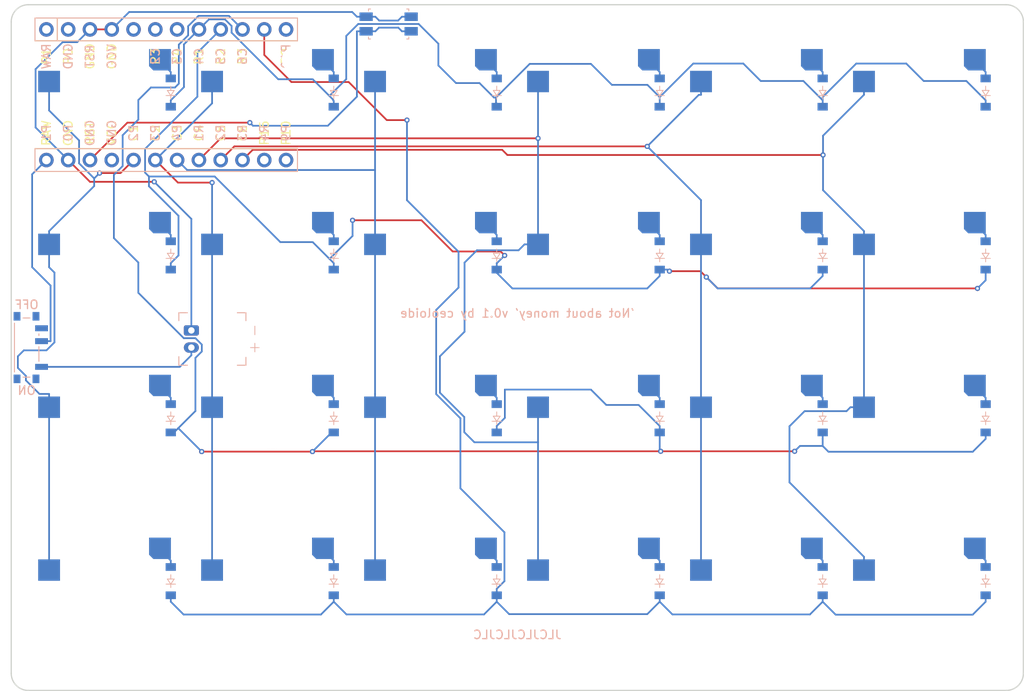
<source format=kicad_pcb>
(kicad_pcb (version 20240108) (generator "pcbnew") (generator_version "8.0")
  (title_block (title "not_about_money") (date "2024-11-11") (rev "v1.0.0") (company "Unknown"))
  (layers (0 "F.Cu" signal) (31 "B.Cu" signal) (34 "B.Paste" user) (35 "F.Paste" user) (36 "B.SilkS" user "B.Silkscreen") (37 "F.SilkS" user "F.Silkscreen") (38 "B.Mask" user) (39 "F.Mask" user) (44 "Edge.Cuts" user))
  (net 0 "")
  (net 1 "C1")
  (net 2 "c1_r4")
  (net 3 "c1_r3")
  (net 4 "c1_r2")
  (net 5 "c1_r1")
  (net 6 "C2")
  (net 7 "c2_r4")
  (net 8 "c2_r3")
  (net 9 "c2_r2")
  (net 10 "c2_r1")
  (net 11 "C3")
  (net 12 "c3_r4")
  (net 13 "c3_r3")
  (net 14 "c3_r2")
  (net 15 "c3_r1")
  (net 16 "C4")
  (net 17 "c4_r4")
  (net 18 "c4_r3")
  (net 19 "c4_r2")
  (net 20 "c4_r1")
  (net 21 "C5")
  (net 22 "c5_r4")
  (net 23 "c5_r3")
  (net 24 "c5_r2")
  (net 25 "c5_r1")
  (net 26 "C6")
  (net 27 "c6_r4")
  (net 28 "c6_r3")
  (net 29 "c6_r2")
  (net 30 "c6_r1")
  (net 31 "R4")
  (net 32 "R3")
  (net 33 "R2")
  (net 34 "R1")
  (net 35 "RAW")
  (net 36 "GND")
  (net 37 "RST")
  (net 38 "VCC")
  (net 39 "P16")
  (net 40 "P10")
  (net 41 "P1")
  (net 42 "P0")
  (net 43 "P2")
  (net 44 "P3")
  (net 45 "P4")
  (net 46 "P9")
  (net 47 "BAT_P")
  (footprint "ceoloide:mounting_hole_npth" (layer "F.Cu") (at 128.5 52.5)
    (property "Reference" "MH1" (hide yes))
    (property "Value" "")
  )
  (footprint "ceoloide:mounting_hole_npth" (layer "F.Cu") (at 109.5 90.5)
    (property "Reference" "MH4" (hide yes))
    (property "Value" "")
  )
  (footprint "ceoloide:mounting_hole_npth" (layer "F.Cu") (at 147.5 71.5)
    (property "Reference" "MH5" (hide yes))
    (property "Value" "")
  )
  (footprint "ceoloide:mounting_hole_npth" (layer "F.Cu") (at 185.5 90.5)
    (property "Reference" "MH3" (hide yes))
    (property "Value" "")
  )
  (footprint "ceoloide:mounting_hole_npth" (layer "F.Cu") (at 185.5 52.5)
    (property "Reference" "MH2" (hide yes))
    (property "Value" "")
  )
  (footprint "ceoloide:switch_mx" (layer "B.Cu") (at 119 43)
    (property "Reference" "S8" (hide yes))
    (property "Value" "")
  )
  (footprint "ceoloide:battery_connector_jst_ph_2" (layer "B.Cu") (at 109.5 70.5 90)
    (property "Reference" "JST1" (hide yes))
    (property "Value" "")
  )
  (footprint "ceoloide:diode_tht_sod123" (layer "B.Cu") (at 107.1 41.75 90)
    (property "Reference" "D4" (hide yes))
    (property "Value" "")
  )
  (footprint "ceoloide:diode_tht_sod123" (layer "B.Cu") (at 202.1 60.75 90)
    (property "Reference" "D23" (hide yes))
    (property "Value" "")
  )
  (footprint "ceoloide:diode_tht_sod123" (layer "B.Cu") (at 202.1 98.75 90)
    (property "Reference" "D21" (hide yes))
    (property "Value" "")
  )
  (footprint "ceoloide:diode_tht_sod123" (layer "B.Cu") (at 164.1 41.75 90)
    (property "Reference" "D16" (hide yes))
    (property "Value" "")
  )
  (footprint "ceoloide:switch_mx" (layer "B.Cu") (at 157 100)
    (property "Reference" "S13" (hide yes))
    (property "Value" "")
  )
  (footprint "ceoloide:switch_mx" (layer "B.Cu") (at 195 100)
    (property "Reference" "S21" (hide yes))
    (property "Value" "")
  )
  (footprint "ceoloide:diode_tht_sod123" (layer "B.Cu") (at 107.1 60.75 90)
    (property "Reference" "D3" (hide yes))
    (property "Value" "")
  )
  (footprint "ceoloide:diode_tht_sod123" (layer "B.Cu") (at 145.1 98.75 90)
    (property "Reference" "D9" (hide yes))
    (property "Value" "")
  )
  (footprint "ceoloide:diode_tht_sod123" (layer "B.Cu") (at 164.1 79.75 90)
    (property "Reference" "D14" (hide yes))
    (property "Value" "")
  )
  (footprint "ceoloide:switch_mx" (layer "B.Cu") (at 138 81)
    (property "Reference" "S10" (hide yes))
    (property "Value" "")
  )
  (footprint "ceoloide:diode_tht_sod123" (layer "B.Cu") (at 202.1 41.75 90)
    (property "Reference" "D24" (hide yes))
    (property "Value" "")
  )
  (footprint "ceoloide:switch_mx" (layer "B.Cu") (at 176 62)
    (property "Reference" "S19" (hide yes))
    (property "Value" "")
  )
  (footprint "ceoloide:diode_tht_sod123" (layer "B.Cu") (at 107.1 79.75 90)
    (property "Reference" "D2" (hide yes))
    (property "Value" "")
  )
  (footprint "ceoloide:switch_mx" (layer "B.Cu") (at 138 62)
    (property "Reference" "S11" (hide yes))
    (property "Value" "")
  )
  (footprint "ceoloide:switch_mx" (layer "B.Cu") (at 157 81)
    (property "Reference" "S14" (hide yes))
    (property "Value" "")
  )
  (footprint "ceoloide:switch_mx" (layer "B.Cu") (at 195 62)
    (property "Reference" "S23" (hide yes))
    (property "Value" "")
  )
  (footprint "ceoloide:switch_mx" (layer "B.Cu") (at 195 43)
    (property "Reference" "S24" (hide yes))
    (property "Value" "")
  )
  (footprint "ceoloide:switch_mx" (layer "B.Cu") (at 138 100)
    (property "Reference" "S9" (hide yes))
    (property "Value" "")
  )
  (footprint "ceoloide:diode_tht_sod123" (layer "B.Cu") (at 126.1 41.75 90)
    (property "Reference" "D8" (hide yes))
    (property "Value" "")
  )
  (footprint "ceoloide:diode_tht_sod123" (layer "B.Cu") (at 183.1 98.75 90)
    (property "Reference" "D17" (hide yes))
    (property "Value" "")
  )
  (footprint "ceoloide:switch_mx" (layer "B.Cu") (at 100 43)
    (property "Reference" "S4" (hide yes))
    (property "Value" "")
  )
  (footprint "ceoloide:diode_tht_sod123" (layer "B.Cu") (at 126.1 79.75 90)
    (property "Reference" "D6" (hide yes))
    (property "Value" "")
  )
  (footprint "ceoloide:switch_mx" (layer "B.Cu") (at 157 43)
    (property "Reference" "S16" (hide yes))
    (property "Value" "")
  )
  (footprint "ceoloide:switch_mx" (layer "B.Cu") (at 176 81)
    (property "Reference" "S18" (hide yes))
    (property "Value" "")
  )
  (footprint "ceoloide:diode_tht_sod123" (layer "B.Cu") (at 202.1 79.75 90)
    (property "Reference" "D22" (hide yes))
    (property "Value" "")
  )
  (footprint "ceoloide:diode_tht_sod123" (layer "B.Cu") (at 145.1 60.75 90)
    (property "Reference" "D11" (hide yes))
    (property "Value" "")
  )
  (footprint "ceoloide:diode_tht_sod123" (layer "B.Cu") (at 164.1 60.75 90)
    (property "Reference" "D15" (hide yes))
    (property "Value" "")
  )
  (footprint "ceoloide:diode_tht_sod123" (layer "B.Cu") (at 126.1 60.75 90)
    (property "Reference" "D7" (hide yes))
    (property "Value" "")
  )
  (footprint "ceoloide:switch_mx" (layer "B.Cu") (at 195 81)
    (property "Reference" "S22" (hide yes))
    (property "Value" "")
  )
  (footprint "ceoloide:mcu_nice_nano" (layer "B.Cu") (at 105.3 42 90)
    (property "Reference" "MCU1" (hide yes))
    (property "Value" "")
  )
  (footprint "ceoloide:reset_switch_smd_side" (layer "B.Cu") (at 132.5 33.75)
    (property "Reference" "RST1" (hide yes))
    (property "Value" "")
  )
  (footprint "ceoloide:switch_mx" (layer "B.Cu") (at 138 43)
    (property "Reference" "S12" (hide yes))
    (property "Value" "")
  )
  (footprint "ceoloide:diode_tht_sod123" (layer "B.Cu") (at 183.1 60.75 90)
    (property "Reference" "D19" (hide yes))
    (property "Value" "")
  )
  (footprint "ceoloide:switch_mx" (layer "B.Cu") (at 119 81)
    (property "Reference" "S6" (hide yes))
    (property "Value" "")
  )
  (footprint "ceoloide:power_switch_smd_side" (layer "B.Cu") (at 90.3 71.5 180)
    (property "Reference" "PWR1" (hide yes))
    (property "Value" "")
  )
  (footprint "ceoloide:diode_tht_sod123" (layer "B.Cu") (at 145.1 79.75 90)
    (property "Reference" "D10" (hide yes))
    (property "Value" "")
  )
  (footprint "ceoloide:switch_mx" (layer "B.Cu") (at 157 62)
    (property "Reference" "S15" (hide yes))
    (property "Value" "")
  )
  (footprint "ceoloide:diode_tht_sod123" (layer "B.Cu") (at 107.1 98.75 90)
    (property "Reference" "D1" (hide yes))
    (property "Value" "")
  )
  (footprint "ceoloide:switch_mx" (layer "B.Cu") (at 119 100)
    (property "Reference" "S5" (hide yes))
    (property "Value" "")
  )
  (footprint "ceoloide:diode_tht_sod123" (layer "B.Cu") (at 126.1 98.75 90)
    (property "Reference" "D5" (hide yes))
    (property "Value" "")
  )
  (footprint "ceoloide:switch_mx" (layer "B.Cu") (at 176 100)
    (property "Reference" "S17" (hide yes))
    (property "Value" "")
  )
  (footprint "ceoloide:switch_mx" (layer "B.Cu") (at 100 62)
    (property "Reference" "S3" (hide yes))
    (property "Value" "")
  )
  (footprint "ceoloide:switch_mx" (layer "B.Cu") (at 100 100)
    (property "Reference" "S1" (hide yes))
    (property "Value" "")
  )
  (footprint "ceoloide:diode_tht_sod123" (layer "B.Cu") (at 164.1 98.75 90)
    (property "Reference" "D13" (hide yes))
    (property "Value" "")
  )
  (footprint "ceoloide:diode_tht_sod123" (layer "B.Cu") (at 183.1 41.75 90)
    (property "Reference" "D20" (hide yes))
    (property "Value" "")
  )
  (footprint "ceoloide:switch_mx" (layer "B.Cu") (at 176 43)
    (property "Reference" "S20" (hide yes))
    (property "Value" "")
  )
  (footprint "ceoloide:switch_mx" (layer "B.Cu") (at 119 62)
    (property "Reference" "S7" (hide yes))
    (property "Value" "")
  )
  (footprint "ceoloide:switch_mx" (layer "B.Cu") (at 100 81)
    (property "Reference" "S2" (hide yes))
    (property "Value" "")
  )
  (footprint "ceoloide:diode_tht_sod123" (layer "B.Cu") (at 145.1 41.75 90)
    (property "Reference" "D12" (hide yes))
    (property "Value" "")
  )
  (footprint "ceoloide:diode_tht_sod123" (layer "B.Cu") (at 183.1 79.75 90)
    (property "Reference" "D18" (hide yes))
    (property "Value" "")
  )
  (gr_arc (start 88.5 33.5) (mid 89.085786 32.085786) (end 90.5 31.5) (stroke (width 0.15)) (layer "Edge.Cuts"))
  (gr_line (start 206.5 33.5) (end 206.5 109.5) (stroke (width 0.15)) (layer "Edge.Cuts"))
  (gr_arc (start 204.5 31.5) (mid 205.914214 32.085786) (end 206.5 33.5) (stroke (width 0.15)) (layer "Edge.Cuts"))
  (gr_line (start 88.5 109.5) (end 88.5 33.5) (stroke (width 0.15)) (layer "Edge.Cuts"))
  (gr_line (start 204.5 111.5) (end 90.5 111.5) (stroke (width 0.15)) (layer "Edge.Cuts"))
  (gr_arc (start 206.5 109.5) (mid 205.914214 110.914214) (end 204.5 111.5) (stroke (width 0.15)) (layer "Edge.Cuts"))
  (gr_arc (start 90.5 111.5) (mid 89.085786 110.914214) (end 88.5 109.5) (stroke (width 0.15)) (layer "Edge.Cuts"))
  (gr_line (start 90.5 31.5) (end 204.5 31.5) (stroke (width 0.15)) (layer "Edge.Cuts"))
  (gr_text "JLCJLCJLCJLC" (at 147.5 105 0) (layer "B.SilkS") (effects (font (size 1 1)) (justify mirror)))
  (gr_text "'Not about money' v0.1 by ceoloide" (at 147.5 67.5 0) (layer "B.SilkS") (effects (font (size 1 1)) (justify mirror)))
  (segment (start 102.76 49.62) (end 101.2394 51.1406) (width 0.2) (layer "F.Cu") (net 1))
  (segment (start 101.2394 51.1406) (end 98.7978 51.1406) (width 0.2) (layer "F.Cu") (net 1))
  (via (at 98.7978 51.1406) (size 0.6) (drill 0.3) (layers "F.Cu" "B.Cu") (net 1))
  (segment (start 89.2744 72.5202) (end 89.9697 71.8249) (width 0.2) (layer "B.Cu") (net 1))
  (segment (start 92.915 62.1264) (end 92.915 59.46) (width 0.2) (layer "B.Cu") (net 1))
  (segment (start 98.7978 51.1406) (end 98.1729 51.7655) (width 0.2) (layer "B.Cu") (net 1))
  (segment (start 92.915 57.9099) (end 98.1729 52.652) (width 0.2) (layer "B.Cu") (net 1))
  (segment (start 89.2744 73.8734) (end 89.2744 72.5202) (width 0.2) (layer "B.Cu") (net 1))
  (segment (start 92.6064 71.8249) (end 93.5401 70.8912) (width 0.2) (layer "B.Cu") (net 1))
  (segment (start 98.1729 51.7655) (end 96.41 50.0026) (width 0.2) (layer "B.Cu") (net 1))
  (segment (start 92.915 43.8367) (end 92.915 40.46) (width 0.2) (layer "B.Cu") (net 1))
  (segment (start 96.41 47.3317) (end 92.915 43.8367) (width 0.2) (layer "B.Cu") (net 1))
  (segment (start 93.5401 70.8912) (end 93.5401 62.7515) (width 0.2) (layer "B.Cu") (net 1))
  (segment (start 92.915 78.46) (end 92.915 97.46) (width 0.2) (layer "B.Cu") (net 1))
  (segment (start 92.915 78.46) (end 92.915 76.9099) (width 0.2) (layer "B.Cu") (net 1))
  (segment (start 92.915 59.46) (end 92.915 57.9099) (width 0.2) (layer "B.Cu") (net 1))
  (segment (start 98.1729 52.652) (end 98.1729 51.7655) (width 0.2) (layer "B.Cu") (net 1))
  (segment (start 92.915 76.9099) (end 91.7935 76.9099) (width 0.2) (layer "B.Cu") (net 1))
  (segment (start 89.9697 71.8249) (end 92.6064 71.8249) (width 0.2) (layer "B.Cu") (net 1))
  (segment (start 90.2104 75.3268) (end 90.2104 74.8094) (width 0.2) (layer "B.Cu") (net 1))
  (segment (start 93.5401 62.7515) (end 92.915 62.1264) (width 0.2) (layer "B.Cu") (net 1))
  (segment (start 91.7935 76.9099) (end 90.2104 75.3268) (width 0.2) (layer "B.Cu") (net 1))
  (segment (start 96.41 50.0026) (end 96.41 47.3317) (width 0.2) (layer "B.Cu") (net 1))
  (segment (start 90.2104 74.8094) (end 89.2744 73.8734) (width 0.2) (layer "B.Cu") (net 1))
  (segment (start 107.1 97.1) (end 107.1 96.3499) (width 0.2) (layer "B.Cu") (net 2))
  (segment (start 105.842 95.0919) (end 105.842 94.92) (width 0.2) (layer "B.Cu") (net 2))
  (segment (start 107.1 96.3499) (end 105.842 95.0919) (width 0.2) (layer "B.Cu") (net 2))
  (segment (start 107.1 77.3499) (end 105.842 76.0919) (width 0.2) (layer "B.Cu") (net 3))
  (segment (start 105.842 76.0919) (end 105.842 75.92) (width 0.2) (layer "B.Cu") (net 3))
  (segment (start 107.1 78.1) (end 107.1 77.3499) (width 0.2) (layer "B.Cu") (net 3))
  (segment (start 107.1 59.1) (end 107.1 58.3499) (width 0.2) (layer "B.Cu") (net 4))
  (segment (start 105.842 57.0919) (end 105.842 56.92) (width 0.2) (layer "B.Cu") (net 4))
  (segment (start 107.1 58.3499) (end 105.842 57.0919) (width 0.2) (layer "B.Cu") (net 4))
  (segment (start 105.842 38.0919) (end 105.842 37.92) (width 0.2) (layer "B.Cu") (net 5))
  (segment (start 107.1 40.1) (end 107.1 39.3499) (width 0.2) (layer "B.Cu") (net 5))
  (segment (start 107.1 39.3499) (end 105.842 38.0919) (width 0.2) (layer "B.Cu") (net 5))
  (segment (start 105.3 49.62) (end 107.9329 52.2529) (width 0.2) (layer "F.Cu") (net 6))
  (segment (start 107.9329 52.2529) (end 111.915 52.2529) (width 0.2) (layer "F.Cu") (net 6))
  (via (at 111.915 52.2529) (size 0.6) (drill 0.3) (layers "F.Cu" "B.Cu") (net 6))
  (segment (start 111.915 59.46) (end 111.915 78.46) (width 0.2) (layer "B.Cu") (net 6))
  (segment (start 111.915 43.005) (end 111.915 40.46) (width 0.2) (layer "B.Cu") (net 6))
  (segment (start 111.915 59.46) (end 111.915 52.2529) (width 0.2) (layer "B.Cu") (net 6))
  (segment (start 105.3 49.62) (end 111.915 43.005) (width 0.2) (layer "B.Cu") (net 6))
  (segment (start 111.915 78.46) (end 111.915 97.46) (width 0.2) (layer "B.Cu") (net 6))
  (segment (start 126.1 96.3499) (end 124.842 95.0919) (width 0.2) (layer "B.Cu") (net 7))
  (segment (start 124.842 95.0919) (end 124.842 94.92) (width 0.2) (layer "B.Cu") (net 7))
  (segment (start 126.1 97.1) (end 126.1 96.3499) (width 0.2) (layer "B.Cu") (net 7))
  (segment (start 126.1 77.3499) (end 124.842 76.0919) (width 0.2) (layer "B.Cu") (net 8))
  (segment (start 124.842 76.0919) (end 124.842 75.92) (width 0.2) (layer "B.Cu") (net 8))
  (segment (start 126.1 78.1) (end 126.1 77.3499) (width 0.2) (layer "B.Cu") (net 8))
  (segment (start 126.1 59.1) (end 126.1 58.3499) (width 0.2) (layer "B.Cu") (net 9))
  (segment (start 126.1 58.3499) (end 124.842 57.0919) (width 0.2) (layer "B.Cu") (net 9))
  (segment (start 124.842 57.0919) (end 124.842 56.92) (width 0.2) (layer "B.Cu") (net 9))
  (segment (start 126.1 39.3499) (end 124.842 38.0919) (width 0.2) (layer "B.Cu") (net 10))
  (segment (start 126.1 40.1) (end 126.1 39.3499) (width 0.2) (layer "B.Cu") (net 10))
  (segment (start 124.842 38.0919) (end 124.842 37.92) (width 0.2) (layer "B.Cu") (net 10))
  (segment (start 130.915 78.46) (end 130.915 76.9099) (width 0.2) (layer "B.Cu") (net 11))
  (segment (start 130.915 50.7848) (end 109.0048 50.7848) (width 0.2) (layer "B.Cu") (net 11))
  (segment (start 109.0048 50.7848) (end 107.84 49.62) (width 0.2) (layer "B.Cu") (net 11))
  (segment (start 130.915 59.46) (end 130.915 76.9099) (width 0.2) (layer "B.Cu") (net 11))
  (segment (start 130.915 50.7848) (end 130.915 59.46) (width 0.2) (layer "B.Cu") (net 11))
  (segment (start 130.915 40.46) (end 130.915 50.7848) (width 0.2) (layer "B.Cu") (net 11))
  (segment (start 130.915 97.46) (end 130.915 78.46) (width 0.2) (layer "B.Cu") (net 11))
  (segment (start 145.1 96.3499) (end 143.842 95.0919) (width 0.2) (layer "B.Cu") (net 12))
  (segment (start 143.842 95.0919) (end 143.842 94.92) (width 0.2) (layer "B.Cu") (net 12))
  (segment (start 145.1 97.1) (end 145.1 96.3499) (width 0.2) (layer "B.Cu") (net 12))
  (segment (start 145.1 78.1) (end 145.1 77.3499) (width 0.2) (layer "B.Cu") (net 13))
  (segment (start 143.842 76.0919) (end 143.842 75.92) (width 0.2) (layer "B.Cu") (net 13))
  (segment (start 145.1 77.3499) (end 143.842 76.0919) (width 0.2) (layer "B.Cu") (net 13))
  (segment (start 145.1 59.1) (end 145.1 58.3499) (width 0.2) (layer "B.Cu") (net 14))
  (segment (start 143.842 57.0919) (end 143.842 56.92) (width 0.2) (layer "B.Cu") (net 14))
  (segment (start 145.1 58.3499) (end 143.842 57.0919) (width 0.2) (layer "B.Cu") (net 14))
  (segment (start 145.1 40.1) (end 145.1 39.3499) (width 0.2) (layer "B.Cu") (net 15))
  (segment (start 143.842 38.0919) (end 143.842 37.92) (width 0.2) (layer "B.Cu") (net 15))
  (segment (start 145.1 39.3499) (end 143.842 38.0919) (width 0.2) (layer "B.Cu") (net 15))
  (segment (start 110.38 49.62) (end 112.9111 47.0889) (width 0.2) (layer "F.Cu") (net 16))
  (segment (start 112.9111 47.0889) (end 149.915 47.0889) (width 0.2) (layer "F.Cu") (net 16))
  (via (at 149.915 47.0889) (size 0.6) (drill 0.3) (layers "F.Cu" "B.Cu") (net 16))
  (segment (start 149.915 40.46) (end 149.915 47.0889) (width 0.2) (layer "B.Cu") (net 16))
  (segment (start 141.3179 81.3717) (end 142.4992 82.553) (width 0.2) (layer "B.Cu") (net 16))
  (segment (start 141.3486 61.5898) (end 141.3486 69.6453) (width 0.2) (layer "B.Cu") (net 16))
  (segment (start 142.4992 82.553) (end 149.915 82.553) (width 0.2) (layer "B.Cu") (net 16))
  (segment (start 138.478 72.5159) (end 138.478 76.7657) (width 0.2) (layer "B.Cu") (net 16))
  (segment (start 138.478 76.7657) (end 141.3179 79.6056) (width 0.2) (layer "B.Cu") (net 16))
  (segment (start 141.3179 79.6056) (end 141.3179 81.3717) (width 0.2) (layer "B.Cu") (net 16))
  (segment (start 148.3399 59.46) (end 147.6486 60.1513) (width 0.2) (layer "B.Cu") (net 16))
  (segment (start 147.6486 60.1513) (end 142.7871 60.1513) (width 0.2) (layer "B.Cu") (net 16))
  (segment (start 149.915 47.0889) (end 149.915 59.46) (width 0.2) (layer "B.Cu") (net 16))
  (segment (start 142.7871 60.1513) (end 141.3486 61.5898) (width 0.2) (layer "B.Cu") (net 16))
  (segment (start 149.915 82.553) (end 149.915 97.46) (width 0.2) (layer "B.Cu") (net 16))
  (segment (start 149.915 78.46) (end 149.915 82.553) (width 0.2) (layer "B.Cu") (net 16))
  (segment (start 141.3486 69.6453) (end 138.478 72.5159) (width 0.2) (layer "B.Cu") (net 16))
  (segment (start 149.915 59.46) (end 148.3399 59.46) (width 0.2) (layer "B.Cu") (net 16))
  (segment (start 162.842 95.0919) (end 162.842 94.92) (width 0.2) (layer "B.Cu") (net 17))
  (segment (start 164.1 97.1) (end 164.1 96.3499) (width 0.2) (layer "B.Cu") (net 17))
  (segment (start 164.1 96.3499) (end 162.842 95.0919) (width 0.2) (layer "B.Cu") (net 17))
  (segment (start 162.842 76.0919) (end 162.842 75.92) (width 0.2) (layer "B.Cu") (net 18))
  (segment (start 164.1 77.3499) (end 162.842 76.0919) (width 0.2) (layer "B.Cu") (net 18))
  (segment (start 164.1 78.1) (end 164.1 77.3499) (width 0.2) (layer "B.Cu") (net 18))
  (segment (start 162.842 57.0919) (end 162.842 56.92) (width 0.2) (layer "B.Cu") (net 19))
  (segment (start 164.1 58.3499) (end 162.842 57.0919) (width 0.2) (layer "B.Cu") (net 19))
  (segment (start 164.1 59.1) (end 164.1 58.3499) (width 0.2) (layer "B.Cu") (net 19))
  (segment (start 164.1 40.1) (end 164.1 39.3499) (width 0.2) (layer "B.Cu") (net 20))
  (segment (start 164.1 39.3499) (end 162.842 38.0919) (width 0.2) (layer "B.Cu") (net 20))
  (segment (start 162.842 38.0919) (end 162.842 37.92) (width 0.2) (layer "B.Cu") (net 20))
  (segment (start 114.5134 48.0266) (end 112.92 49.62) (width 0.2) (layer "F.Cu") (net 21))
  (segment (start 162.6467 48.0266) (end 114.5134 48.0266) (width 0.2) (layer "F.Cu") (net 21))
  (via (at 162.6467 48.0266) (size 0.6) (drill 0.3) (layers "F.Cu" "B.Cu") (net 21))
  (segment (start 168.915 54.2949) (end 168.915 59.46) (width 0.2) (layer "B.Cu") (net 21))
  (segment (start 162.6467 48.0266) (end 168.915 54.2949) (width 0.2) (layer "B.Cu") (net 21))
  (segment (start 168.6632 42.0101) (end 162.6467 48.0266) (width 0.2) (layer "B.Cu") (net 21))
  (segment (start 168.915 40.46) (end 168.915 42.0101) (width 0.2) (layer "B.Cu") (net 21))
  (segment (start 168.915 42.0101) (end 168.6632 42.0101) (width 0.2) (layer "B.Cu") (net 21))
  (segment (start 168.915 97.46) (end 168.915 78.46) (width 0.2) (layer "B.Cu") (net 21))
  (segment (start 168.915 59.46) (end 168.915 78.46) (width 0.2) (layer "B.Cu") (net 21))
  (segment (start 181.842 95.0919) (end 181.842 94.92) (width 0.2) (layer "B.Cu") (net 22))
  (segment (start 183.1 97.1) (end 183.1 96.3499) (width 0.2) (layer "B.Cu") (net 22))
  (segment (start 183.1 96.3499) (end 181.842 95.0919) (width 0.2) (layer "B.Cu") (net 22))
  (segment (start 183.1 78.1) (end 183.1 77.3499) (width 0.2) (layer "B.Cu") (net 23))
  (segment (start 183.1 77.3499) (end 181.842 76.0919) (width 0.2) (layer "B.Cu") (net 23))
  (segment (start 181.842 76.0919) (end 181.842 75.92) (width 0.2) (layer "B.Cu") (net 23))
  (segment (start 183.1 58.3499) (end 181.842 57.0919) (width 0.2) (layer "B.Cu") (net 24))
  (segment (start 183.1 59.1) (end 183.1 58.3499) (width 0.2) (layer "B.Cu") (net 24))
  (segment (start 181.842 57.0919) (end 181.842 56.92) (width 0.2) (layer "B.Cu") (net 24))
  (segment (start 181.842 38.0919) (end 181.842 37.92) (width 0.2) (layer "B.Cu") (net 25))
  (segment (start 183.1 39.3499) (end 181.842 38.0919) (width 0.2) (layer "B.Cu") (net 25))
  (segment (start 183.1 40.1) (end 183.1 39.3499) (width 0.2) (layer "B.Cu") (net 25))
  (segment (start 145.7345 48.4267) (end 146.3403 49.0325) (width 0.2) (layer "F.Cu") (net 26))
  (segment (start 146.3403 49.0325) (end 183.1414 49.0325) (width 0.2) (layer "F.Cu") (net 26))
  (segment (start 115.46 49.62) (end 116.6533 48.4267) (width 0.2) (layer "F.Cu") (net 26))
  (segment (start 116.6533 48.4267) (end 145.7345 48.4267) (width 0.2) (layer "F.Cu") (net 26))
  (via (at 183.1414 49.0325) (size 0.6) (drill 0.3) (layers "F.Cu" "B.Cu") (net 26))
  (segment (start 185.8812 78.9187) (end 180.9957 78.9187) (width 0.2) (layer "B.Cu") (net 26))
  (segment (start 187.915 59.46) (end 187.915 78.46) (width 0.2) (layer "B.Cu") (net 26))
  (segment (start 187.915 59.46) (end 187.915 57.9099) (width 0.2) (layer "B.Cu") (net 26))
  (segment (start 187.915 97.46) (end 187.915 95.9099) (width 0.2) (layer "B.Cu") (net 26))
  (segment (start 180.9957 78.9187) (end 179.2299 80.6845) (width 0.2) (layer "B.Cu") (net 26))
  (segment (start 179.2299 87.2248) (end 187.915 95.9099) (width 0.2) (layer "B.Cu") (net 26))
  (segment (start 183.1414 46.7837) (end 183.1414 49.0325) (width 0.2) (layer "B.Cu") (net 26))
  (segment (start 186.3399 78.46) (end 185.8812 78.9187) (width 0.2) (layer "B.Cu") (net 26))
  (segment (start 187.915 40.46) (end 187.915 42.0101) (width 0.2) (layer "B.Cu") (net 26))
  (segment (start 183.1414 53.1363) (end 187.915 57.9099) (width 0.2) (layer "B.Cu") (net 26))
  (segment (start 187.915 78.46) (end 186.3399 78.46) (width 0.2) (layer "B.Cu") (net 26))
  (segment (start 183.1414 49.0325) (end 183.1414 53.1363) (width 0.2) (layer "B.Cu") (net 26))
  (segment (start 187.915 42.0101) (end 183.1414 46.7837) (width 0.2) (layer "B.Cu") (net 26))
  (segment (start 179.2299 80.6845) (end 179.2299 87.2248) (width 0.2) (layer "B.Cu") (net 26))
  (segment (start 202.1 96.3499) (end 200.842 95.0919) (width 0.2) (layer "B.Cu") (net 27))
  (segment (start 200.842 95.0919) (end 200.842 94.92) (width 0.2) (layer "B.Cu") (net 27))
  (segment (start 202.1 97.1) (end 202.1 96.3499) (width 0.2) (layer "B.Cu") (net 27))
  (segment (start 202.1 77.3499) (end 200.842 76.0919) (width 0.2) (layer "B.Cu") (net 28))
  (segment (start 202.1 78.1) (end 202.1 77.3499) (width 0.2) (layer "B.Cu") (net 28))
  (segment (start 200.842 76.0919) (end 200.842 75.92) (width 0.2) (layer "B.Cu") (net 28))
  (segment (start 202.1 59.1) (end 202.1 58.3499) (width 0.2) (layer "B.Cu") (net 29))
  (segment (start 202.1 58.3499) (end 200.842 57.0919) (width 0.2) (layer "B.Cu") (net 29))
  (segment (start 200.842 57.0919) (end 200.842 56.92) (width 0.2) (layer "B.Cu") (net 29))
  (segment (start 202.1 39.3499) (end 200.842 38.0919) (width 0.2) (layer "B.Cu") (net 30))
  (segment (start 202.1 40.1) (end 202.1 39.3499) (width 0.2) (layer "B.Cu") (net 30))
  (segment (start 200.842 38.0919) (end 200.842 37.92) (width 0.2) (layer "B.Cu") (net 30))
  (segment (start 132.282 44.962) (end 134.6364 44.962) (width 0.2) (layer "F.Cu") (net 31))
  (segment (start 127.8394 40.5194) (end 132.282 44.962) (width 0.2) (layer "F.Cu") (net 31))
  (segment (start 118 37.3567) (end 121.1627 40.5194) (width 0.2) (layer "F.Cu") (net 31))
  (segment (start 121.1627 40.5194) (end 127.8394 40.5194) (width 0.2) (layer "F.Cu") (net 31))
  (segment (start 118 34.38) (end 118 37.3567) (width 0.2) (layer "F.Cu") (net 31))
  (via (at 134.6364 44.962) (size 0.6) (drill 0.3) (layers "F.Cu" "B.Cu") (net 31))
  (segment (start 164.1 101.1501) (end 165.584 102.6341) (width 0.2) (layer "B.Cu") (net 31))
  (segment (start 145.1 100.775) (end 145.1 101.1501) (width 0.2) (layer "B.Cu") (net 31))
  (segment (start 126.1 100.4) (end 126.1 100.4559) (width 0.2) (layer "B.Cu") (net 31))
  (segment (start 140.6484 64.5001) (end 138.0425 67.106) (width 0.2) (layer "B.Cu") (net 31))
  (segment (start 134.6364 44.962) (end 134.6364 54.3094) (width 0.2) (layer "B.Cu") (net 31))
  (segment (start 124.6054 102.6447) (end 126.1 101.1501) (width 0.2) (layer "B.Cu") (net 31))
  (segment (start 126.1 100.775) (end 126.1 100.4559) (width 0.2) (layer "B.Cu") (net 31))
  (segment (start 183.1 101.1501) (end 184.6128 102.6629) (width 0.2) (layer "B.Cu") (net 31))
  (segment (start 145.1 100.775) (end 145.1 100.4559) (width 0.2) (layer "B.Cu") (net 31))
  (segment (start 146.0002 93.0555) (end 146.0002 98.7497) (width 0.2) (layer "B.Cu") (net 31))
  (segment (start 126.1 100.775) (end 126.1 101.1501) (width 0.2) (layer "B.Cu") (net 31))
  (segment (start 145.1 100.4) (end 145.1 100.4559) (width 0.2) (layer "B.Cu") (net 31))
  (segment (start 146.0002 98.7497) (end 145.1 99.6499) (width 0.2) (layer "B.Cu") (net 31))
  (segment (start 140.867 87.9223) (end 146.0002 93.0555) (width 0.2) (layer "B.Cu") (net 31))
  (segment (start 134.6364 54.3094) (end 140.6484 60.3214) (width 0.2) (layer "B.Cu") (net 31))
  (segment (start 140.6484 60.3214) (end 140.6484 64.5001) (width 0.2) (layer "B.Cu") (net 31))
  (segment (start 184.6128 102.6629) (end 200.5872 102.6629) (width 0.2) (layer "B.Cu") (net 31))
  (segment (start 140.867 79.755) (end 140.867 87.9223) (width 0.2) (layer "B.Cu") (net 31))
  (segment (start 162.6499 102.6002) (end 146.5501 102.6002) (width 0.2) (layer "B.Cu") (net 31))
  (segment (start 107.1 101.1501) (end 108.5946 102.6447) (width 0.2) (layer "B.Cu") (net 31))
  (segment (start 127.584 102.6341) (end 143.616 102.6341) (width 0.2) (layer "B.Cu") (net 31))
  (segment (start 181.616 102.6341) (end 183.1 101.1501) (width 0.2) (layer "B.Cu") (net 31))
  (segment (start 126.1 101.1501) (end 127.584 102.6341) (width 0.2) (layer "B.Cu") (net 31))
  (segment (start 200.5872 102.6629) (end 202.1 101.1501) (width 0.2) (layer "B.Cu") (net 31))
  (segment (start 145.1 100.4) (end 145.1 99.6499) (width 0.2) (layer "B.Cu") (net 31))
  (segment (start 164.1 101.1501) (end 162.6499 102.6002) (width 0.2) (layer "B.Cu") (net 31))
  (segment (start 183.1 100.4) (end 183.1 101.1501) (width 0.2) (layer "B.Cu") (net 31))
  (segment (start 165.584 102.6341) (end 181.616 102.6341) (width 0.2) (layer "B.Cu") (net 31))
  (segment (start 108.5946 102.6447) (end 124.6054 102.6447) (width 0.2) (layer "B.Cu") (net 31))
  (segment (start 146.5501 102.6002) (end 145.1 101.1501) (width 0.2) (layer "B.Cu") (net 31))
  (segment (start 164.1 100.4) (end 164.1 101.1501) (width 0.2) (layer "B.Cu") (net 31))
  (segment (start 138.0425 67.106) (end 138.0425 76.9305) (width 0.2) (layer "B.Cu") (net 31))
  (segment (start 138.0425 76.9305) (end 140.867 79.755) (width 0.2) (layer "B.Cu") (net 31))
  (segment (start 202.1 100.4) (end 202.1 101.1501) (width 0.2) (layer "B.Cu") (net 31))
  (segment (start 143.616 102.6341) (end 145.1 101.1501) (width 0.2) (layer "B.Cu") (net 31))
  (segment (start 107.1 100.4) (end 107.1 101.1501) (width 0.2) (layer "B.Cu") (net 31))
  (segment (start 110.706 83.6372) (end 123.6175 83.6372) (width 0.2) (layer "F.Cu") (net 32))
  (segment (start 123.6545 83.6002) (end 123.6175 83.6372) (width 0.2) (layer "F.Cu") (net 32))
  (segment (start 164.2162 83.6002) (end 123.6545 83.6002) (width 0.2) (layer "F.Cu") (net 32))
  (segment (start 179.83 83.6002) (end 164.2162 83.6002) (width 0.2) (layer "F.Cu") (net 32))
  (via (at 164.2162 83.6002) (size 0.6) (drill 0.3) (layers "F.Cu" "B.Cu") (net 32))
  (via (at 110.706 83.6372) (size 0.6) (drill 0.3) (layers "F.Cu" "B.Cu") (net 32))
  (via (at 123.6175 83.6372) (size 0.6) (drill 0.3) (layers "F.Cu" "B.Cu") (net 32))
  (via (at 179.83 83.6002) (size 0.6) (drill 0.3) (layers "F.Cu" "B.Cu") (net 32))
  (segment (start 157.8723 78.1951) (end 161.6452 78.1951) (width 0.2) (layer "B.Cu") (net 32))
  (segment (start 108.0367 40.7105) (end 108.0367 36.1574) (width 0.2) (layer "B.Cu") (net 32))
  (segment (start 107.475 81.4) (end 107.9719 80.9031) (width 0.2) (layer "B.Cu") (net 32))
  (segment (start 109.1257 34.0023) (end 110.328 32.8) (width 0.2) (layer "B.Cu") (net 32))
  (segment (start 110.328 32.8) (end 113.88 32.8) (width 0.2) (layer "B.Cu") (net 32))
  (segment (start 146.048 79.7019) (end 146.048 76.3998) (width 0.2) (layer "B.Cu") (net 32))
  (segment (start 104.7808 41.1585) (end 107.5887 41.1585) (width 0.2) (layer "B.Cu") (net 32))
  (segment (start 145.1 81.4) (end 145.1 80.6499) (width 0.2) (layer "B.Cu") (net 32))
  (segment (start 156.077 76.3998) (end 157.8723 78.1951) (width 0.2) (layer "B.Cu") (net 32))
  (segment (start 145.1 80.6499) (end 146.048 79.7019) (width 0.2) (layer "B.Cu") (net 32))
  (segment (start 108.6147 70.4052) (end 103.3179 65.1084) (width 0.2) (layer "B.Cu") (net 32))
  (segment (start 110.7171 71.1497) (end 109.9726 70.4052) (width 0.2) (layer "B.Cu") (net 32))
  (segment (start 107.9719 80.9031) (end 109.974 78.901) (width 0.2) (layer "B.Cu") (net 32))
  (segment (start 126.1 81.4) (end 125.8547 81.4) (width 0.2) (layer "B.Cu") (net 32))
  (segment (start 161.6452 78.1951) (end 164.1 80.6499) (width 0.2) (layer "B.Cu") (net 32))
  (segment (start 164.1 83.484) (end 164.2162 83.6002) (width 0.2) (layer "B.Cu") (net 32))
  (segment (start 109.974 72.701) (end 110.7171 71.9579) (width 0.2) (layer "B.Cu") (net 32))
  (segment (start 101.49 50.3241) (end 101.49 46.7297) (width 0.2) (layer "B.Cu") (net 32))
  (segment (start 183.1 82.9761) (end 183.1 82.1501) (width 0.2) (layer "B.Cu") (net 32))
  (segment (start 125.8547 81.4) (end 123.6175 83.6372) (width 0.2) (layer "B.Cu") (net 32))
  (segment (start 103.3179 65.1084) (end 103.3179 61.5768) (width 0.2) (layer "B.Cu") (net 32))
  (segment (start 103.3179 42.6214) (end 104.7808 41.1585) (width 0.2) (layer "B.Cu") (net 32))
  (segment (start 109.9726 70.4052) (end 108.6147 70.4052) (width 0.2) (layer "B.Cu") (net 32))
  (segment (start 110.7171 71.9579) (end 110.7171 71.1497) (width 0.2) (layer "B.Cu") (net 32))
  (segment (start 109.1257 35.0684) (end 109.1257 34.0023) (width 0.2) (layer "B.Cu") (net 32))
  (segment (start 146.048 76.3998) (end 156.077 76.3998) (width 0.2) (layer "B.Cu") (net 32))
  (segment (start 202.1 82.1501) (end 200.5979 83.6522) (width 0.2) (layer "B.Cu") (net 32))
  (segment (start 183.1 82.9761) (end 180.4541 82.9761) (width 0.2) (layer "B.Cu") (net 32))
  (segment (start 180.4541 82.9761) (end 179.83 83.6002) (width 0.2) (layer "B.Cu") (net 32))
  (segment (start 101.49 46.7297) (end 103.3179 44.9018) (width 0.2) (layer "B.Cu") (net 32))
  (segment (start 183.7761 83.6522) (end 183.1 82.9761) (width 0.2) (layer "B.Cu") (net 32))
  (segment (start 107.9719 80.9031) (end 110.706 83.6372) (width 0.2) (layer "B.Cu") (net 32))
  (segment (start 164.1 81.4) (end 164.1 83.484) (width 0.2) (layer "B.Cu") (net 32))
  (segment (start 107.1 81.4) (end 107.475 81.4) (width 0.2) (layer "B.Cu") (net 32))
  (segment (start 100.4676 51.3465) (end 101.49 50.3241) (width 0.2) (layer "B.Cu") (net 32))
  (segment (start 183.1 81.4) (end 183.1 82.1501) (width 0.2) (layer "B.Cu") (net 32))
  (segment (start 164.1 81.4) (end 164.1 80.6499) (width 0.2) (layer "B.Cu") (net 32))
  (segment (start 109.974 78.901) (end 109.974 72.701) (width 0.2) (layer "B.Cu") (net 32))
  (segment (start 108.0367 36.1574) (end 109.1257 35.0684) (width 0.2) (layer "B.Cu") (net 32))
  (segment (start 103.3179 44.9018) (end 103.3179 42.6214) (width 0.2) (layer "B.Cu") (net 32))
  (segment (start 202.1 81.4) (end 202.1 82.1501) (width 0.2) (layer "B.Cu") (net 32))
  (segment (start 100.4676 58.7265) (end 100.4676 51.3465) (width 0.2) (layer "B.Cu") (net 32))
  (segment (start 103.3179 61.5768) (end 100.4676 58.7265) (width 0.2) (layer "B.Cu") (net 32))
  (segment (start 113.88 32.8) (end 115.46 34.38) (width 0.2) (layer "B.Cu") (net 32))
  (segment (start 107.5887 41.1585) (end 108.0367 40.7105) (width 0.2) (layer "B.Cu") (net 32))
  (segment (start 200.5979 83.6522) (end 183.7761 83.6522) (width 0.2) (layer "B.Cu") (net 32))
  (segment (start 128.2925 56.6476) (end 136.3248 56.6476) (width 0.2) (layer "F.Cu") (net 33))
  (segment (start 169.5352 63.2773) (end 168.8463 62.5884) (width 0.2) (layer "F.Cu") (net 33))
  (segment (start 168.8463 62.5884) (end 165.2334 62.5884) (width 0.2) (layer "F.Cu") (net 33))
  (segment (start 145.5603 60.2892) (end 146.0225 60.7514) (width 0.2) (layer "F.Cu") (net 33))
  (segment (start 169.5352 63.2773) (end 170.8581 64.6002) (width 0.2) (layer "F.Cu") (net 33))
  (segment (start 170.8581 64.6002) (end 201.1477 64.6002) (width 0.2) (layer "F.Cu") (net 33))
  (segment (start 139.9664 60.2892) (end 145.5603 60.2892) (width 0.2) (layer "F.Cu") (net 33))
  (segment (start 136.3248 56.6476) (end 139.9664 60.2892) (width 0.2) (layer "F.Cu") (net 33))
  (via (at 128.2925 56.6476) (size 0.6) (drill 0.3) (layers "F.Cu" "B.Cu") (net 33))
  (via (at 169.5352 63.2773) (size 0.6) (drill 0.3) (layers "F.Cu" "B.Cu") (net 33))
  (via (at 146.0225 60.7514) (size 0.6) (drill 0.3) (layers "F.Cu" "B.Cu") (net 33))
  (via (at 201.1477 64.6002) (size 0.6) (drill 0.3) (layers "F.Cu" "B.Cu") (net 33))
  (via (at 165.2334 62.5884) (size 0.6) (drill 0.3) (layers "F.Cu" "B.Cu") (net 33))
  (segment (start 110.2032 42.2232) (end 110.2032 37.0968) (width 0.2) (layer "B.Cu") (net 33))
  (segment (start 202.1 62.4) (end 202.1 63.6479) (width 0.2) (layer "B.Cu") (net 33))
  (segment (start 110.2032 37.0968) (end 112.92 34.38) (width 0.2) (layer "B.Cu") (net 33))
  (segment (start 145.124 61.6499) (end 145.1 61.6499) (width 0.2) (layer "B.Cu") (net 33))
  (segment (start 125.6094 61.1593) (end 128.2925 58.4762) (width 0.2) (layer "B.Cu") (net 33))
  (segment (start 181.6435 64.6066) (end 170.8645 64.6066) (width 0.2) (layer "B.Cu") (net 33))
  (segment (start 183.1 62.4) (end 183.1 63.1501) (width 0.2) (layer "B.Cu") (net 33))
  (segment (start 164.1 62.4) (end 164.1 63.1501) (width 0.2) (layer "B.Cu") (net 33))
  (segment (start 104.1036 48.3228) (end 110.2032 42.2232) (width 0.2) (layer "B.Cu") (net 33))
  (segment (start 145.1 62.4) (end 145.1 61.6499) (width 0.2) (layer "B.Cu") (net 33))
  (segment (start 104.1036 51.0895) (end 104.1036 48.3228) (width 0.2) (layer "B.Cu") (net 33))
  (segment (start 165.2334 62.5884) (end 165.1885 62.5884) (width 0.2) (layer "B.Cu") (net 33))
  (segment (start 145.1 62.4) (end 145.1 62.775) (width 0.2) (layer "B.Cu") (net 33))
  (segment (start 162.6429 64.6072) (end 164.1 63.1501) (width 0.2) (layer "B.Cu") (net 33))
  (segment (start 125.6094 61.1593) (end 123.6452 59.1951) (width 0.2) (layer "B.Cu") (net 33))
  (segment (start 146.0225 60.7514) (end 145.124 61.6499) (width 0.2) (layer "B.Cu") (net 33))
  (segment (start 107.1 61.6499) (end 108.0002 60.7497) (width 0.2) (layer "B.Cu") (net 33))
  (segment (start 123.6452 59.1951) (end 119.8724 59.1951) (width 0.2) (layer "B.Cu") (net 33))
  (segment (start 108.0002 60.7497) (end 108.0002 56.1249) (width 0.2) (layer "B.Cu") (net 33))
  (segment (start 183.1 63.1501) (end 181.6435 64.6066) (width 0.2) (layer "B.Cu") (net 33))
  (segment (start 112.22 51.5427) (end 104.5568 51.5427) (width 0.2) (layer "B.Cu") (net 33))
  (segment (start 170.8645 64.6066) (end 169.5352 63.2773) (width 0.2) (layer "B.Cu") (net 33))
  (segment (start 107.1 62.4) (end 107.1 61.6499) (width 0.2) (layer "B.Cu") (net 33))
  (segment (start 126.1 61.6499) (end 125.6094 61.1593) (width 0.2) (layer "B.Cu") (net 33))
  (segment (start 108.0002 56.1249) (end 104.5568 52.6815) (width 0.2) (layer "B.Cu") (net 33))
  (segment (start 128.2925 58.4762) (end 128.2925 56.6476) (width 0.2) (layer "B.Cu") (net 33))
  (segment (start 104.5568 51.5427) (end 104.1036 51.0895) (width 0.2) (layer "B.Cu") (net 33))
  (segment (start 164.1 62.4) (end 165.0001 62.4) (width 0.2) (layer "B.Cu") (net 33))
  (segment (start 126.1 62.4) (end 126.1 61.6499) (width 0.2) (layer "B.Cu") (net 33))
  (segment (start 104.5568 52.6815) (end 104.5568 51.5427) (width 0.2) (layer "B.Cu") (net 33))
  (segment (start 145.1 62.775) (end 146.9322 64.6072) (width 0.2) (layer "B.Cu") (net 33))
  (segment (start 202.1 63.6479) (end 201.1477 64.6002) (width 0.2) (layer "B.Cu") (net 33))
  (segment (start 146.9322 64.6072) (end 162.6429 64.6072) (width 0.2) (layer "B.Cu") (net 33))
  (segment (start 119.8724 59.1951) (end 112.22 51.5427) (width 0.2) (layer "B.Cu") (net 33))
  (segment (start 165.1885 62.5884) (end 165.0001 62.4) (width 0.2) (layer "B.Cu") (net 33))
  (segment (start 110.38 34.38) (end 111.5499 33.2101) (width 0.2) (layer "B.Cu") (net 34))
  (segment (start 199.8499 40.3998) (end 194.8807 40.3998) (width 0.2) (layer "B.Cu") (net 34))
  (segment (start 183.1 43.4) (end 183.1 42.6499) (width 0.2) (layer "B.Cu") (net 34))
  (segment (start 138.2982 36.0482) (end 138.2982 38.5859) (width 0.2) (layer "B.Cu") (net 34))
  (segment (start 145.0168 42.33) (end 148.9435 38.4033) (width 0.2) (layer "B.Cu") (net 34))
  (segment (start 125.5932 42.1431) (end 127.5585 40.1778) (width 0.2) (layer "B.Cu") (net 34))
  (segment (start 127.5585 40.1778) (end 127.5585 35.1417) (width 0.2) (layer "B.Cu") (net 34))
  (segment (start 162.6701 40.8502) (end 164.1 42.2801) (width 0.2) (layer "B.Cu") (net 34))
  (segment (start 119.6292 40.1951) (end 123.6451 40.1951) (width 0.2) (layer "B.Cu") (net 34))
  (segment (start 145.1 43.4) (end 145.1 43.0249) (width 0.2) (layer "B.Cu") (net 34))
  (segment (start 128.9502 33.75) (end 136 33.75) (width 0.2) (layer "B.Cu") (net 34))
  (segment (start 107.1 42.6499) (end 108.6367 41.1132) (width 0.2) (layer "B.Cu") (net 34))
  (segment (start 107.1 43.4) (end 107.1 42.6499) (width 0.2) (layer "B.Cu") (net 34))
  (segment (start 126.0427 42.6769) (end 126.1 42.7342) (width 0.2) (layer "B.Cu") (net 34))
  (segment (start 173.8451 38.3642) (end 168.0159 38.3642) (width 0.2) (layer "B.Cu") (net 34))
  (segment (start 192.8451 38.3642) (end 187.0159 38.3642) (width 0.2) (layer "B.Cu") (net 34))
  (segment (start 145.1 43.0249) (end 145.0168 42.9417) (width 0.2) (layer "B.Cu") (net 34))
  (segment (start 114.19 34.7559) (end 119.6292 40.1951) (width 0.2) (layer "B.Cu") (net 34))
  (segment (start 114.19 33.9817) (end 114.19 34.7559) (width 0.2) (layer "B.Cu") (net 34))
  (segment (start 168.0159 38.3642) (end 164.1 42.2801) (width 0.2) (layer "B.Cu") (net 34))
  (segment (start 127.5585 35.1417) (end 128.9502 33.75) (width 0.2) (layer "B.Cu") (net 34))
  (segment (start 175.8807 40.3998) (end 173.8451 38.3642) (width 0.2) (layer "B.Cu") (net 34))
  (segment (start 183.1 42.2801) (end 183.1 42.6499) (width 0.2) (layer "B.Cu") (net 34))
  (segment (start 123.6451 40.1951) (end 125.5932 42.1431) (width 0.2) (layer "B.Cu") (net 34))
  (segment (start 202.1 43.4) (end 202.1 42.6499) (width 0.2) (layer "B.Cu") (net 34))
  (segment (start 158.5274 40.8502) (end 162.6701 40.8502) (width 0.2) (layer "B.Cu") (net 34))
  (segment (start 144.7801 42.33) (end 145.0168 42.33) (width 0.2) (layer "B.Cu") (net 34))
  (segment (start 202.1 42.6499) (end 199.8499 40.3998) (width 0.2) (layer "B.Cu") (net 34))
  (segment (start 126.0427 42.5927) (end 126.0427 42.6769) (width 0.2) (layer "B.Cu") (net 34))
  (segment (start 143.0893 40.6392) (end 144.7801 42.33) (width 0.2) (layer "B.Cu") (net 34))
  (segment (start 194.8807 40.3998) (end 192.8451 38.3642) (width 0.2) (layer "B.Cu") (net 34))
  (segment (start 148.9435 38.4033) (end 156.0805 38.4033) (width 0.2) (layer "B.Cu") (net 34))
  (segment (start 187.0159 38.3642) (end 183.1 42.2801) (width 0.2) (layer "B.Cu") (net 34))
  (segment (start 125.5932 42.1431) (end 126.0427 42.5927) (width 0.2) (layer "B.Cu") (net 34))
  (segment (start 138.2982 38.5859) (end 140.3515 40.6392) (width 0.2) (layer "B.Cu") (net 34))
  (segment (start 156.0805 38.4033) (end 158.5274 40.8502) (width 0.2) (layer "B.Cu") (net 34))
  (segment (start 136 33.75) (end 138.2982 36.0482) (width 0.2) (layer "B.Cu") (net 34))
  (segment (start 164.1 42.2801) (end 164.1 43.4) (width 0.2) (layer "B.Cu") (net 34))
  (segment (start 145.0168 42.9417) (end 145.0168 42.33) (width 0.2) (layer "B.Cu") (net 34))
  (segment (start 108.6367 41.1132) (end 108.6367 36.1233) (width 0.2) (layer "B.Cu") (net 34))
  (segment (start 108.6367 36.1233) (end 110.38 34.38) (width 0.2) (layer "B.Cu") (net 34))
  (segment (start 111.5499 33.2101) (end 113.4184 33.2101) (width 0.2) (layer "B.Cu") (net 34))
  (segment (start 140.3515 40.6392) (end 143.0893 40.6392) (width 0.2) (layer "B.Cu") (net 34))
  (segment (start 113.4184 33.2101) (end 114.19 33.9817) (width 0.2) (layer "B.Cu") (net 34))
  (segment (start 183.1 42.6499) (end 180.8499 40.3998) (width 0.2) (layer "B.Cu") (net 34))
  (segment (start 126.1 43.4) (end 126.1 42.7342) (width 0.2) (layer "B.Cu") (net 34))
  (segment (start 180.8499 40.3998) (end 175.8807 40.3998) (width 0.2) (layer "B.Cu") (net 34))
  (segment (start 90.9397 62.12) (end 93.0851 64.2654) (width 0.2) (layer "B.Cu") (net 35))
  (segment (start 93.0851 64.2654) (end 93.0851 70.75) (width 0.2) (layer "B.Cu") (net 35))
  (segment (start 92.6 49.62) (end 90.9397 51.2803) (width 0.2) (layer "B.Cu") (net 35))
  (segment (start 92.035 70.75) (end 93.0851 70.75) (width 0.2) (layer "B.Cu") (net 35))
  (segment (start 90.9397 51.2803) (end 90.9397 62.12) (width 0.2) (layer "B.Cu") (net 35))
  (segment (start 97.6801 52.1601) (end 105.1694 52.1601) (width 0.2) (layer "F.Cu") (net 36))
  (segment (start 95.14 49.62) (end 97.6801 52.1601) (width 0.2) (layer "F.Cu") (net 36))
  (segment (start 100.22 34.38) (end 97.68 34.38) (width 0.2) (layer "F.Cu") (net 36))
  (via (at 105.1694 52.1601) (size 0.6) (drill 0.3) (layers "F.Cu" "B.Cu") (net 36))
  (segment (start 135.125 32.9) (end 134.0499 32.9) (width 0.2) (layer "B.Cu") (net 36))
  (segment (start 94.4919 35.8698) (end 91.3398 39.0219) (width 0.2) (layer "B.Cu") (net 36))
  (segment (start 102.2501 32.3499) (end 100.22 34.38) (width 0.2) (layer "B.Cu") (net 36))
  (segment (start 128.7999 32.9) (end 128.2498 32.3499) (width 0.2) (layer "B.Cu") (net 36))
  (segment (start 109.5 56.4907) (end 109.5 69.5) (width 0.2) (layer "B.Cu") (net 36))
  (segment (start 133.6042 33.3457) (end 131.3958 33.3457) (width 0.2) (layer "B.Cu") (net 36))
  (segment (start 128.2498 32.3499) (end 102.2501 32.3499) (width 0.2) (layer "B.Cu") (net 36))
  (segment (start 91.3398 39.0219) (end 91.3398 45.8198) (width 0.2) (layer "B.Cu") (net 36))
  (segment (start 129.875 32.9) (end 128.7999 32.9) (width 0.2) (layer "B.Cu") (net 36))
  (segment (start 130.4126 32.9) (end 129.875 32.9) (width 0.2) (layer "B.Cu") (net 36))
  (segment (start 97.68 34.38) (end 96.1902 35.8698) (width 0.2) (layer "B.Cu") (net 36))
  (segment (start 96.1902 35.8698) (end 94.4919 35.8698) (width 0.2) (layer "B.Cu") (net 36))
  (segment (start 134.0499 32.9) (end 133.6042 33.3457) (width 0.2) (layer "B.Cu") (net 36))
  (segment (start 131.3958 33.3457) (end 130.9501 32.9) (width 0.2) (layer "B.Cu") (net 36))
  (segment (start 91.3398 45.8198) (end 95.14 49.62) (width 0.2) (layer "B.Cu") (net 36))
  (segment (start 130.4126 32.9) (end 130.9501 32.9) (width 0.2) (layer "B.Cu") (net 36))
  (segment (start 105.1694 52.1601) (end 109.5 56.4907) (width 0.2) (layer "B.Cu") (net 36))
  (segment (start 102.0419 45.2581) (end 97.68 49.62) (width 0.2) (layer "F.Cu") (net 37))
  (segment (start 116.3163 45.2581) (end 102.0419 45.2581) (width 0.2) (layer "F.Cu") (net 37))
  (via (at 116.3163 45.2581) (size 0.6) (drill 0.3) (layers "F.Cu" "B.Cu") (net 37))
  (segment (start 125.4119 45.6178) (end 116.676 45.6178) (width 0.2) (layer "B.Cu") (net 37))
  (segment (start 131.3751 34.175) (end 130.9501 34.6) (width 0.2) (layer "B.Cu") (net 37))
  (segment (start 128.7999 42.2298) (end 125.4119 45.6178) (width 0.2) (layer "B.Cu") (net 37))
  (segment (start 128.7999 34.6) (end 128.7999 42.2298) (width 0.2) (layer "B.Cu") (net 37))
  (segment (start 130.4126 34.6) (end 129.875 34.6) (width 0.2) (layer "B.Cu") (net 37))
  (segment (start 130.4126 34.6) (end 130.9501 34.6) (width 0.2) (layer "B.Cu") (net 37))
  (segment (start 134.0499 34.6) (end 133.6249 34.175) (width 0.2) (layer "B.Cu") (net 37))
  (segment (start 129.875 34.6) (end 128.7999 34.6) (width 0.2) (layer "B.Cu") (net 37))
  (segment (start 133.6249 34.175) (end 131.3751 34.175) (width 0.2) (layer "B.Cu") (net 37))
  (segment (start 135.125 34.6) (end 134.0499 34.6) (width 0.2) (layer "B.Cu") (net 37))
  (segment (start 116.676 45.6178) (end 116.3163 45.2581) (width 0.2) (layer "B.Cu") (net 37))
  (segment (start 109.5 71.5) (end 109.5 72.4001) (width 0.2) (layer "B.Cu") (net 47))
  (segment (start 92.035 73.75) (end 108.1501 73.75) (width 0.2) (layer "B.Cu") (net 47))
  (segment (start 108.1501 73.75) (end 109.5 72.4001) (width 0.2) (layer "B.Cu") (net 47))
)
</source>
